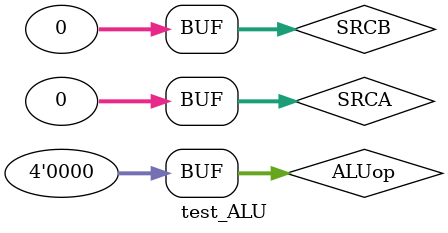
<source format=v>
`timescale 1ns / 1ps


module test_ALU;

	// Inputs
	reg [31:0] SRCA;
	reg [31:0] SRCB;
	reg [3:0] ALUop;

	// Outputs
	wire ZERO;
	wire [31:0] ALUresult;

	// Instantiate the Unit Under Test (UUT)
	ALU uut (
		.SRCA(SRCA), 
		.SRCB(SRCB), 
		.ALUop(ALUop), 
		.ZERO(ZERO), 
		.ALUresult(ALUresult)
	);

	initial begin
		// Initialize Inputs
		SRCA = 0;
		SRCB = 0;
		ALUop = 0;

		// Wait 100 ns for global reset to finish
		#100;
        
		// Add stimulus here

	end
      
endmodule


</source>
